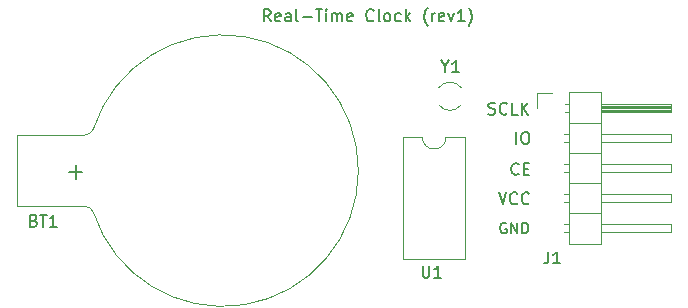
<source format=gbr>
G04 #@! TF.GenerationSoftware,KiCad,Pcbnew,(5.1.2)-2*
G04 #@! TF.CreationDate,2019-09-23T01:23:54-05:00*
G04 #@! TF.ProjectId,rtc,7274632e-6b69-4636-9164-5f7063625858,rev?*
G04 #@! TF.SameCoordinates,Original*
G04 #@! TF.FileFunction,Legend,Top*
G04 #@! TF.FilePolarity,Positive*
%FSLAX46Y46*%
G04 Gerber Fmt 4.6, Leading zero omitted, Abs format (unit mm)*
G04 Created by KiCad (PCBNEW (5.1.2)-2) date 2019-09-23 01:23:54*
%MOMM*%
%LPD*%
G04 APERTURE LIST*
%ADD10C,0.150000*%
%ADD11C,0.120000*%
G04 APERTURE END LIST*
D10*
X49961904Y-33552380D02*
X49628571Y-33076190D01*
X49390476Y-33552380D02*
X49390476Y-32552380D01*
X49771428Y-32552380D01*
X49866666Y-32600000D01*
X49914285Y-32647619D01*
X49961904Y-32742857D01*
X49961904Y-32885714D01*
X49914285Y-32980952D01*
X49866666Y-33028571D01*
X49771428Y-33076190D01*
X49390476Y-33076190D01*
X50771428Y-33504761D02*
X50676190Y-33552380D01*
X50485714Y-33552380D01*
X50390476Y-33504761D01*
X50342857Y-33409523D01*
X50342857Y-33028571D01*
X50390476Y-32933333D01*
X50485714Y-32885714D01*
X50676190Y-32885714D01*
X50771428Y-32933333D01*
X50819047Y-33028571D01*
X50819047Y-33123809D01*
X50342857Y-33219047D01*
X51676190Y-33552380D02*
X51676190Y-33028571D01*
X51628571Y-32933333D01*
X51533333Y-32885714D01*
X51342857Y-32885714D01*
X51247619Y-32933333D01*
X51676190Y-33504761D02*
X51580952Y-33552380D01*
X51342857Y-33552380D01*
X51247619Y-33504761D01*
X51200000Y-33409523D01*
X51200000Y-33314285D01*
X51247619Y-33219047D01*
X51342857Y-33171428D01*
X51580952Y-33171428D01*
X51676190Y-33123809D01*
X52295238Y-33552380D02*
X52200000Y-33504761D01*
X52152380Y-33409523D01*
X52152380Y-32552380D01*
X52676190Y-33171428D02*
X53438095Y-33171428D01*
X53771428Y-32552380D02*
X54342857Y-32552380D01*
X54057142Y-33552380D02*
X54057142Y-32552380D01*
X54676190Y-33552380D02*
X54676190Y-32885714D01*
X54676190Y-32552380D02*
X54628571Y-32600000D01*
X54676190Y-32647619D01*
X54723809Y-32600000D01*
X54676190Y-32552380D01*
X54676190Y-32647619D01*
X55152380Y-33552380D02*
X55152380Y-32885714D01*
X55152380Y-32980952D02*
X55200000Y-32933333D01*
X55295238Y-32885714D01*
X55438095Y-32885714D01*
X55533333Y-32933333D01*
X55580952Y-33028571D01*
X55580952Y-33552380D01*
X55580952Y-33028571D02*
X55628571Y-32933333D01*
X55723809Y-32885714D01*
X55866666Y-32885714D01*
X55961904Y-32933333D01*
X56009523Y-33028571D01*
X56009523Y-33552380D01*
X56866666Y-33504761D02*
X56771428Y-33552380D01*
X56580952Y-33552380D01*
X56485714Y-33504761D01*
X56438095Y-33409523D01*
X56438095Y-33028571D01*
X56485714Y-32933333D01*
X56580952Y-32885714D01*
X56771428Y-32885714D01*
X56866666Y-32933333D01*
X56914285Y-33028571D01*
X56914285Y-33123809D01*
X56438095Y-33219047D01*
X58676190Y-33457142D02*
X58628571Y-33504761D01*
X58485714Y-33552380D01*
X58390476Y-33552380D01*
X58247619Y-33504761D01*
X58152380Y-33409523D01*
X58104761Y-33314285D01*
X58057142Y-33123809D01*
X58057142Y-32980952D01*
X58104761Y-32790476D01*
X58152380Y-32695238D01*
X58247619Y-32600000D01*
X58390476Y-32552380D01*
X58485714Y-32552380D01*
X58628571Y-32600000D01*
X58676190Y-32647619D01*
X59247619Y-33552380D02*
X59152380Y-33504761D01*
X59104761Y-33409523D01*
X59104761Y-32552380D01*
X59771428Y-33552380D02*
X59676190Y-33504761D01*
X59628571Y-33457142D01*
X59580952Y-33361904D01*
X59580952Y-33076190D01*
X59628571Y-32980952D01*
X59676190Y-32933333D01*
X59771428Y-32885714D01*
X59914285Y-32885714D01*
X60009523Y-32933333D01*
X60057142Y-32980952D01*
X60104761Y-33076190D01*
X60104761Y-33361904D01*
X60057142Y-33457142D01*
X60009523Y-33504761D01*
X59914285Y-33552380D01*
X59771428Y-33552380D01*
X60961904Y-33504761D02*
X60866666Y-33552380D01*
X60676190Y-33552380D01*
X60580952Y-33504761D01*
X60533333Y-33457142D01*
X60485714Y-33361904D01*
X60485714Y-33076190D01*
X60533333Y-32980952D01*
X60580952Y-32933333D01*
X60676190Y-32885714D01*
X60866666Y-32885714D01*
X60961904Y-32933333D01*
X61390476Y-33552380D02*
X61390476Y-32552380D01*
X61485714Y-33171428D02*
X61771428Y-33552380D01*
X61771428Y-32885714D02*
X61390476Y-33266666D01*
X63247619Y-33933333D02*
X63200000Y-33885714D01*
X63104761Y-33742857D01*
X63057142Y-33647619D01*
X63009523Y-33504761D01*
X62961904Y-33266666D01*
X62961904Y-33076190D01*
X63009523Y-32838095D01*
X63057142Y-32695238D01*
X63104761Y-32600000D01*
X63200000Y-32457142D01*
X63247619Y-32409523D01*
X63628571Y-33552380D02*
X63628571Y-32885714D01*
X63628571Y-33076190D02*
X63676190Y-32980952D01*
X63723809Y-32933333D01*
X63819047Y-32885714D01*
X63914285Y-32885714D01*
X64628571Y-33504761D02*
X64533333Y-33552380D01*
X64342857Y-33552380D01*
X64247619Y-33504761D01*
X64200000Y-33409523D01*
X64200000Y-33028571D01*
X64247619Y-32933333D01*
X64342857Y-32885714D01*
X64533333Y-32885714D01*
X64628571Y-32933333D01*
X64676190Y-33028571D01*
X64676190Y-33123809D01*
X64200000Y-33219047D01*
X65009523Y-32885714D02*
X65247619Y-33552380D01*
X65485714Y-32885714D01*
X66390476Y-33552380D02*
X65819047Y-33552380D01*
X66104761Y-33552380D02*
X66104761Y-32552380D01*
X66009523Y-32695238D01*
X65914285Y-32790476D01*
X65819047Y-32838095D01*
X66723809Y-33933333D02*
X66771428Y-33885714D01*
X66866666Y-33742857D01*
X66914285Y-33647619D01*
X66961904Y-33504761D01*
X67009523Y-33266666D01*
X67009523Y-33076190D01*
X66961904Y-32838095D01*
X66914285Y-32695238D01*
X66866666Y-32600000D01*
X66771428Y-32457142D01*
X66723809Y-32409523D01*
X68409523Y-41404761D02*
X68552380Y-41452380D01*
X68790476Y-41452380D01*
X68885714Y-41404761D01*
X68933333Y-41357142D01*
X68980952Y-41261904D01*
X68980952Y-41166666D01*
X68933333Y-41071428D01*
X68885714Y-41023809D01*
X68790476Y-40976190D01*
X68600000Y-40928571D01*
X68504761Y-40880952D01*
X68457142Y-40833333D01*
X68409523Y-40738095D01*
X68409523Y-40642857D01*
X68457142Y-40547619D01*
X68504761Y-40500000D01*
X68600000Y-40452380D01*
X68838095Y-40452380D01*
X68980952Y-40500000D01*
X69980952Y-41357142D02*
X69933333Y-41404761D01*
X69790476Y-41452380D01*
X69695238Y-41452380D01*
X69552380Y-41404761D01*
X69457142Y-41309523D01*
X69409523Y-41214285D01*
X69361904Y-41023809D01*
X69361904Y-40880952D01*
X69409523Y-40690476D01*
X69457142Y-40595238D01*
X69552380Y-40500000D01*
X69695238Y-40452380D01*
X69790476Y-40452380D01*
X69933333Y-40500000D01*
X69980952Y-40547619D01*
X70885714Y-41452380D02*
X70409523Y-41452380D01*
X70409523Y-40452380D01*
X71219047Y-41452380D02*
X71219047Y-40452380D01*
X71790476Y-41452380D02*
X71361904Y-40880952D01*
X71790476Y-40452380D02*
X71219047Y-41023809D01*
X70776190Y-43952380D02*
X70776190Y-42952380D01*
X71442857Y-42952380D02*
X71633333Y-42952380D01*
X71728571Y-43000000D01*
X71823809Y-43095238D01*
X71871428Y-43285714D01*
X71871428Y-43619047D01*
X71823809Y-43809523D01*
X71728571Y-43904761D01*
X71633333Y-43952380D01*
X71442857Y-43952380D01*
X71347619Y-43904761D01*
X71252380Y-43809523D01*
X71204761Y-43619047D01*
X71204761Y-43285714D01*
X71252380Y-43095238D01*
X71347619Y-43000000D01*
X71442857Y-42952380D01*
X70957142Y-46457142D02*
X70909523Y-46504761D01*
X70766666Y-46552380D01*
X70671428Y-46552380D01*
X70528571Y-46504761D01*
X70433333Y-46409523D01*
X70385714Y-46314285D01*
X70338095Y-46123809D01*
X70338095Y-45980952D01*
X70385714Y-45790476D01*
X70433333Y-45695238D01*
X70528571Y-45600000D01*
X70671428Y-45552380D01*
X70766666Y-45552380D01*
X70909523Y-45600000D01*
X70957142Y-45647619D01*
X71385714Y-46028571D02*
X71719047Y-46028571D01*
X71861904Y-46552380D02*
X71385714Y-46552380D01*
X71385714Y-45552380D01*
X71861904Y-45552380D01*
X69266666Y-48052380D02*
X69600000Y-49052380D01*
X69933333Y-48052380D01*
X70838095Y-48957142D02*
X70790476Y-49004761D01*
X70647619Y-49052380D01*
X70552380Y-49052380D01*
X70409523Y-49004761D01*
X70314285Y-48909523D01*
X70266666Y-48814285D01*
X70219047Y-48623809D01*
X70219047Y-48480952D01*
X70266666Y-48290476D01*
X70314285Y-48195238D01*
X70409523Y-48100000D01*
X70552380Y-48052380D01*
X70647619Y-48052380D01*
X70790476Y-48100000D01*
X70838095Y-48147619D01*
X71838095Y-48957142D02*
X71790476Y-49004761D01*
X71647619Y-49052380D01*
X71552380Y-49052380D01*
X71409523Y-49004761D01*
X71314285Y-48909523D01*
X71266666Y-48814285D01*
X71219047Y-48623809D01*
X71219047Y-48480952D01*
X71266666Y-48290476D01*
X71314285Y-48195238D01*
X71409523Y-48100000D01*
X71552380Y-48052380D01*
X71647619Y-48052380D01*
X71790476Y-48100000D01*
X71838095Y-48147619D01*
X69922666Y-50655500D02*
X69838000Y-50613166D01*
X69711000Y-50613166D01*
X69584000Y-50655500D01*
X69499333Y-50740166D01*
X69457000Y-50824833D01*
X69414666Y-50994166D01*
X69414666Y-51121166D01*
X69457000Y-51290500D01*
X69499333Y-51375166D01*
X69584000Y-51459833D01*
X69711000Y-51502166D01*
X69795666Y-51502166D01*
X69922666Y-51459833D01*
X69965000Y-51417500D01*
X69965000Y-51121166D01*
X69795666Y-51121166D01*
X70346000Y-51502166D02*
X70346000Y-50613166D01*
X70854000Y-51502166D01*
X70854000Y-50613166D01*
X71277333Y-51502166D02*
X71277333Y-50613166D01*
X71489000Y-50613166D01*
X71616000Y-50655500D01*
X71700666Y-50740166D01*
X71743000Y-50824833D01*
X71785333Y-50994166D01*
X71785333Y-51121166D01*
X71743000Y-51290500D01*
X71700666Y-51375166D01*
X71616000Y-51459833D01*
X71489000Y-51502166D01*
X71277333Y-51502166D01*
D11*
X64810000Y-43370000D02*
G75*
G02X62810000Y-43370000I-1000000J0D01*
G01*
X62810000Y-43370000D02*
X61160000Y-43370000D01*
X61160000Y-43370000D02*
X61160000Y-53650000D01*
X61160000Y-53650000D02*
X66460000Y-53650000D01*
X66460000Y-53650000D02*
X66460000Y-43370000D01*
X66460000Y-43370000D02*
X64810000Y-43370000D01*
X75240000Y-39570000D02*
X75240000Y-52390000D01*
X75240000Y-52390000D02*
X77900000Y-52390000D01*
X77900000Y-52390000D02*
X77900000Y-39570000D01*
X77900000Y-39570000D02*
X75240000Y-39570000D01*
X77900000Y-40520000D02*
X83900000Y-40520000D01*
X83900000Y-40520000D02*
X83900000Y-41280000D01*
X83900000Y-41280000D02*
X77900000Y-41280000D01*
X77900000Y-40580000D02*
X83900000Y-40580000D01*
X77900000Y-40700000D02*
X83900000Y-40700000D01*
X77900000Y-40820000D02*
X83900000Y-40820000D01*
X77900000Y-40940000D02*
X83900000Y-40940000D01*
X77900000Y-41060000D02*
X83900000Y-41060000D01*
X77900000Y-41180000D02*
X83900000Y-41180000D01*
X74910000Y-40520000D02*
X75240000Y-40520000D01*
X74910000Y-41280000D02*
X75240000Y-41280000D01*
X75240000Y-42170000D02*
X77900000Y-42170000D01*
X77900000Y-43060000D02*
X83900000Y-43060000D01*
X83900000Y-43060000D02*
X83900000Y-43820000D01*
X83900000Y-43820000D02*
X77900000Y-43820000D01*
X74842929Y-43060000D02*
X75240000Y-43060000D01*
X74842929Y-43820000D02*
X75240000Y-43820000D01*
X75240000Y-44710000D02*
X77900000Y-44710000D01*
X77900000Y-45600000D02*
X83900000Y-45600000D01*
X83900000Y-45600000D02*
X83900000Y-46360000D01*
X83900000Y-46360000D02*
X77900000Y-46360000D01*
X74842929Y-45600000D02*
X75240000Y-45600000D01*
X74842929Y-46360000D02*
X75240000Y-46360000D01*
X75240000Y-47250000D02*
X77900000Y-47250000D01*
X77900000Y-48140000D02*
X83900000Y-48140000D01*
X83900000Y-48140000D02*
X83900000Y-48900000D01*
X83900000Y-48900000D02*
X77900000Y-48900000D01*
X74842929Y-48140000D02*
X75240000Y-48140000D01*
X74842929Y-48900000D02*
X75240000Y-48900000D01*
X75240000Y-49790000D02*
X77900000Y-49790000D01*
X77900000Y-50680000D02*
X83900000Y-50680000D01*
X83900000Y-50680000D02*
X83900000Y-51440000D01*
X83900000Y-51440000D02*
X77900000Y-51440000D01*
X74842929Y-50680000D02*
X75240000Y-50680000D01*
X74842929Y-51440000D02*
X75240000Y-51440000D01*
X72530000Y-40900000D02*
X72530000Y-39630000D01*
X72530000Y-39630000D02*
X73800000Y-39630000D01*
X66100217Y-39167137D02*
G75*
G03X64200000Y-39166856I-950217J-732863D01*
G01*
X66100217Y-40632863D02*
G75*
G02X64200000Y-40633144I-950217J732863D01*
G01*
X28500000Y-49200000D02*
X34200000Y-49200000D01*
X28500000Y-49200000D02*
X28500000Y-43200000D01*
X28500000Y-43200000D02*
X34200000Y-43200000D01*
X34951754Y-42673616D02*
G75*
G02X34200000Y-43200000I-751754J273616D01*
G01*
X57395671Y-46245281D02*
G75*
G03X34950000Y-42700000I-11495671J45281D01*
G01*
X34951754Y-49726384D02*
G75*
G03X34200000Y-49200000I-751754J-273616D01*
G01*
X57395671Y-46154719D02*
G75*
G02X34950000Y-49700000I-11495671J-45281D01*
G01*
D10*
X62838095Y-54252380D02*
X62838095Y-55061904D01*
X62885714Y-55157142D01*
X62933333Y-55204761D01*
X63028571Y-55252380D01*
X63219047Y-55252380D01*
X63314285Y-55204761D01*
X63361904Y-55157142D01*
X63409523Y-55061904D01*
X63409523Y-54252380D01*
X64409523Y-55252380D02*
X63838095Y-55252380D01*
X64123809Y-55252380D02*
X64123809Y-54252380D01*
X64028571Y-54395238D01*
X63933333Y-54490476D01*
X63838095Y-54538095D01*
X73466666Y-53052380D02*
X73466666Y-53766666D01*
X73419047Y-53909523D01*
X73323809Y-54004761D01*
X73180952Y-54052380D01*
X73085714Y-54052380D01*
X74466666Y-54052380D02*
X73895238Y-54052380D01*
X74180952Y-54052380D02*
X74180952Y-53052380D01*
X74085714Y-53195238D01*
X73990476Y-53290476D01*
X73895238Y-53338095D01*
X64723809Y-37376190D02*
X64723809Y-37852380D01*
X64390476Y-36852380D02*
X64723809Y-37376190D01*
X65057142Y-36852380D01*
X65914285Y-37852380D02*
X65342857Y-37852380D01*
X65628571Y-37852380D02*
X65628571Y-36852380D01*
X65533333Y-36995238D01*
X65438095Y-37090476D01*
X65342857Y-37138095D01*
X29914285Y-50428571D02*
X30057142Y-50476190D01*
X30104761Y-50523809D01*
X30152380Y-50619047D01*
X30152380Y-50761904D01*
X30104761Y-50857142D01*
X30057142Y-50904761D01*
X29961904Y-50952380D01*
X29580952Y-50952380D01*
X29580952Y-49952380D01*
X29914285Y-49952380D01*
X30009523Y-50000000D01*
X30057142Y-50047619D01*
X30104761Y-50142857D01*
X30104761Y-50238095D01*
X30057142Y-50333333D01*
X30009523Y-50380952D01*
X29914285Y-50428571D01*
X29580952Y-50428571D01*
X30438095Y-49952380D02*
X31009523Y-49952380D01*
X30723809Y-50952380D02*
X30723809Y-49952380D01*
X31866666Y-50952380D02*
X31295238Y-50952380D01*
X31580952Y-50952380D02*
X31580952Y-49952380D01*
X31485714Y-50095238D01*
X31390476Y-50190476D01*
X31295238Y-50238095D01*
X32878571Y-46307142D02*
X34021428Y-46307142D01*
X33450000Y-46878571D02*
X33450000Y-45735714D01*
M02*

</source>
